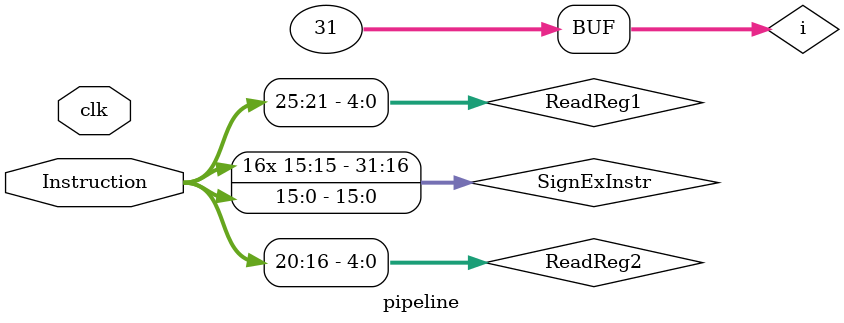
<source format=v>
`include "mux21.v"
`include "Regmux.v"
`include "ALUmux.v"
`include "WBmux.v"
`include "ALUControlUnit.v"
`include "MainControlUnit.v"
`include "ALU64.v"

module pipeline(Instruction, clk);

    input [31:0] Instruction;
    input clk;

    wire RegDst, ALUSrc, MemtoReg, RegWrite, MemRead, MemWrite, Branch, Jump, SignZero;

    wire [1:0] ALUOp;

    Control C1(RegDst, ALUSrc, MemtoReg, RegWrite, MemRead, MemWrite, Branch, ALUOp, Jump, SignZero, Instruction[31:26]);

    // always @(posedge clk)
    // begin
    //     $display("Control Signals\n");
    //     $display("RegDst = %d\tALUSrc = %d\tMemtoReg = %d\t\n", RegDst, ALUSrc, MemtoReg);   
    // end
           

    
    //  Register File

    reg [31:0] regFile[0:31];

    integer i;
    
    initial
    begin
        for (i=0; i<31; i=i+1)
        begin
            regFile[i] = i;
        end
    end

    
    
    
    // Data Memory

    reg [31:0] Mem[0:31];

    initial
    begin
        for (i=0; i<31; i=i+1)
        begin
            Mem[i] = i;
        end
    end


    
    
    // Instruction Decode Stage

    wire [4:0] ReadReg1 = Instruction[25:21];
    wire [4:0] ReadReg2 = Instruction[20:16];

    wire [4:0] WriteReg;

    Regmux R1(WriteReg, Instruction[20:16], Instruction[15:11], RegDst);


    wire [31:0] ReadData1;
    wire [31:0] ReadData2;


    assign ReadData1 = regFile[ReadReg1];
    assign ReadData2 = regFile[ReadReg2];


    always @(posedge clk)
    begin
        $display("ReadData1 = %0d\tReadData2 = %0d\nWrite Reg = %0d", ReadData1, ReadData2, WriteReg);   
    end
    
    
    // ALU Stage

    
    wire [3:0] ALUControl;


    uPOWER_ALUControlUnit AC(ALUControl, ALUOp, Instruction[31:26], Instruction[9:1]);


    wire [31:0] SignExInstr;

    assign SignExInstr[15:0] = Instruction[15:0];
    assign SignExInstr[31:16] = {16{Instruction[15]}};


    wire [31:0] ALUoperand2;

    ALUmux AM1(ALUoperand2, ReadData2, SignExInstr, ALUSrc);

    wire [31:0] ALUResult;

    wire Zero,Overflow;

    ALU_64b A32(ReadData1, ALUoperand2, ALUControl, ALUResult, Overflow, Zero);


    always @(posedge clk)
    begin
        $display("ALU Result = %0d\n", ALUResult);   
    end

    
    
    
    // Memory Stage

    always @* begin
        if (MemWrite == 1)
        begin
            Mem[ALUResult] = ReadData2;
        end
    end

    wire [31:0] MemReadData;

    assign MemReadData = Mem[ALUResult];


    always @(posedge clk)
    begin
        $display("Written Data = %0d\tMemRead Data = %0d\n", ReadData2, MemReadData);   
    end


    
    
    // Write Back Stage 

    wire [31:0] WriteData;

    WBmux WB1(WriteData, MemReadData, ALUResult, MemtoReg);


    always @* begin
        if (RegWrite==1)
        begin
            regFile[WriteReg] = WriteData;
        end
    end

    always @(posedge clk)
            begin
                $display("Reg Written Data = %0d\n", WriteData);   
            end

endmodule







</source>
